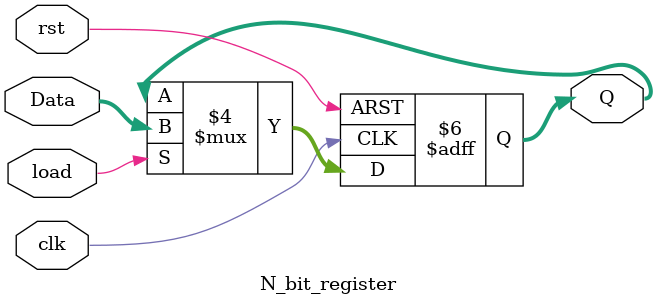
<source format=v>
`timescale 1ns / 1ps
/******************************************************************* *
* Module: N_bit_register.v
* Project: Single Cycle RISCV Processor
* Author: Merna Abdelbadie and Mohammad El Mahdy
mernaabdelbadie@aucgypt.edu, muhammadahmedelmahdy@aucegypt.edu
* Description: a N-bit register that can be used as the PC *
* Change history: 03/15/23 - created the module and tested it
* **********************************************************************/


module N_bit_register #(parameter N = 32)(
    input clk, 
    input rst, 
    input load,
    input [N-1:0] Data,
    output reg [N-1:0] Q
    );
    
    always @(posedge clk or posedge rst) begin
        if (rst == 1'b1) begin
            Q <= 'd0;
           end else
           begin
           if(load==1'b1)
           Q<=Data;
          
           end
    end
endmodule

</source>
